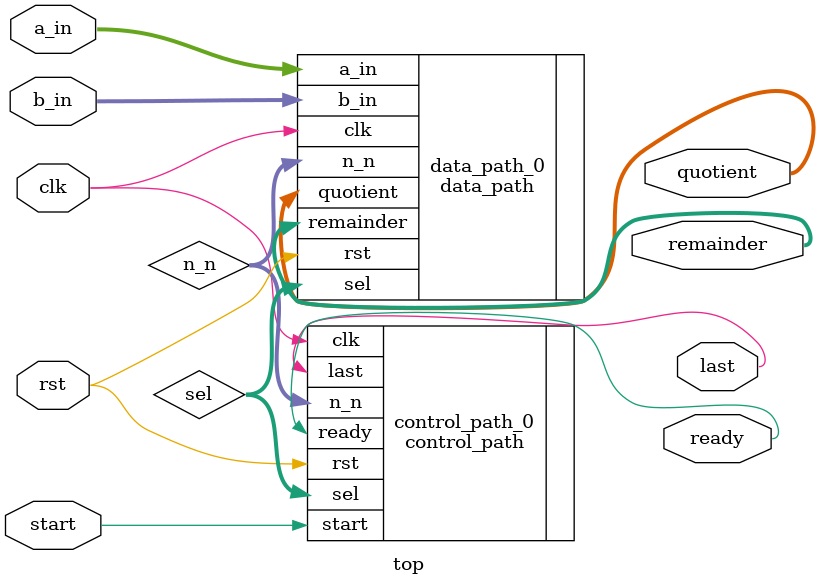
<source format=v>
`timescale 1ns / 1ps

module top #(
    parameter WIDTH = 8
) (
    input wire clk,
    input wire rst,

    input wire start,

    input wire [WIDTH-1:0] a_in,
    input wire [WIDTH-1:0] b_in,

    output wire last,
    output wire ready,

    output wire [WIDTH-1:0] quotient,
    output wire [WIDTH-1:0] remainder
);

  wire [WIDTH-1:0] n_n;
  wire [1:0] sel;

  control_path #(
      .WIDTH(WIDTH)
  ) control_path_0 (
      .clk(clk),
      .rst(rst),

      .start(start),

      .n_n(n_n),

      .last (last),
      .ready(ready),

      .sel(sel)
  );

  data_path #(
      .WIDTH(WIDTH)
  ) data_path_0 (
      .clk(clk),
      .rst(rst),

      .a_in(a_in),
      .b_in(b_in),

      .sel(sel),

      .n_n(n_n),

      .quotient (quotient),
      .remainder(remainder)
  );

endmodule

</source>
